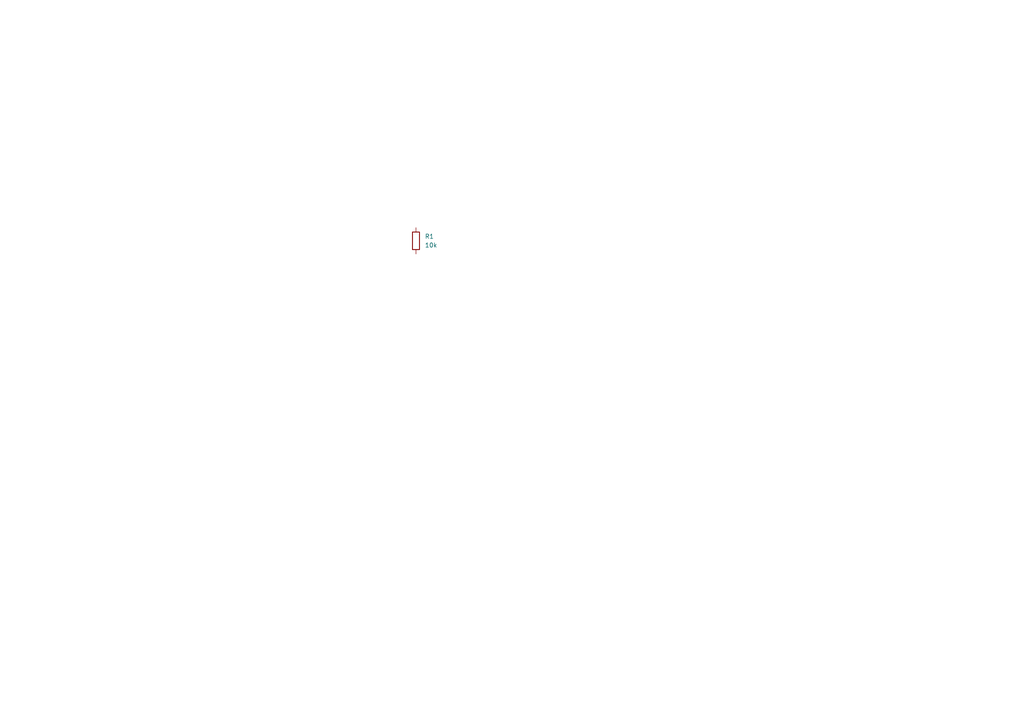
<source format=kicad_sch>
(kicad_sch (version 20250114) (generator "eeschema") (generator_version "9.0")
  (paper "A4")
  (lib_symbols
    (symbol "Device:R" (pin_numbers (hide yes)) (pin_names (offset 0))
      (property "Reference" "R" (at 2.032 0 90))
      (property "Value" "R" (at 0 0 90))
      (symbol "R_0_1"
        (rectangle (start -1.016 -2.54) (end 1.016 2.54) (stroke (width 0.254)))
      )
      (symbol "R_1_1"
        (pin passive line (at 0 3.81 270) (length 1.27) (name "~") (number "1"))
        (pin passive line (at 0 -3.81 90) (length 1.27) (name "~") (number "2"))
      )
    )
  )
  (symbol (lib_id "Device:R") (at 120.65 69.85 0) (unit 1)
    (property "Reference" "R1" (at 123.19 68.5799 0) (effects (justify left)))
    (property "Value" "10k" (at 123.19 71.1199 0) (effects (justify left)))
    (property "Footprint" "Resistor_SMD:R_0603_1608Metric" (effects (hide yes)))
    (property "Description" "Resistor" (effects (hide yes)))
  )
)
</source>
